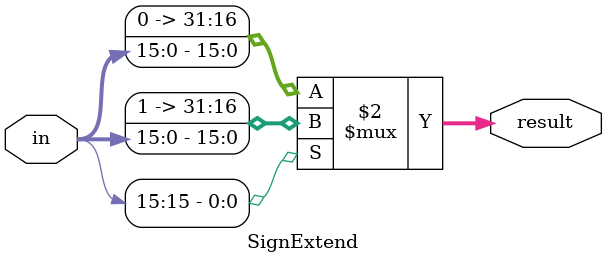
<source format=v>
`timescale 1ns / 1ps
module SignExtend(in, result);

input [15:0] in;
output [31:0]result;

assign result = (~in[15])? {16'b0 , in}:{16'b1111111111111111 , in};

endmodule

</source>
